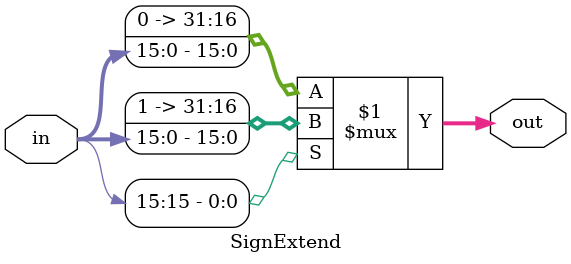
<source format=v>
module SignExtend(
    //output
    output [31:0]out,
    //input
    input [15:0]in
);
assign out = (in[15])? {16'hFFFF, in}: {16'h0000, in};
endmodule
</source>
